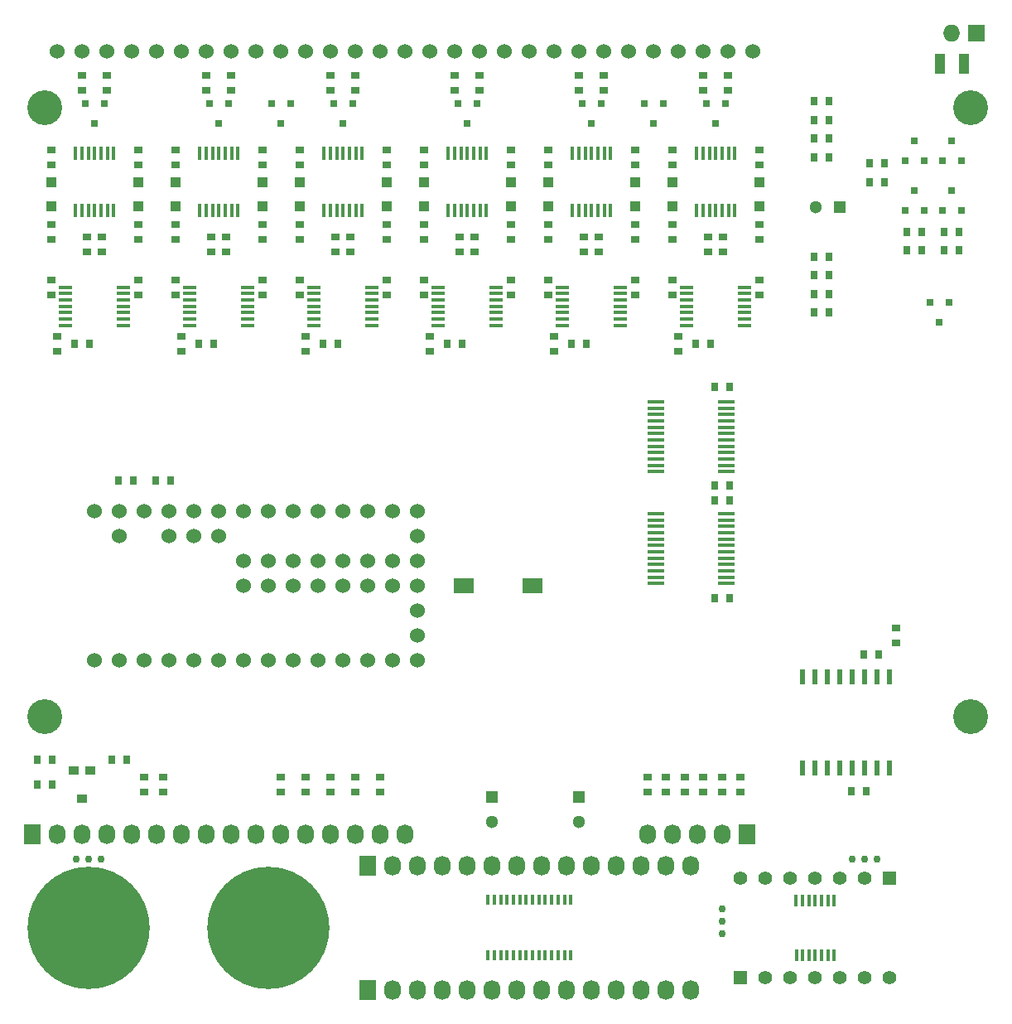
<source format=gts>
G04 #@! TF.FileFunction,Soldermask,Top*
%FSLAX46Y46*%
G04 Gerber Fmt 4.6, Leading zero omitted, Abs format (unit mm)*
G04 Created by KiCad (PCBNEW (2015-07-22 BZR 5980)-product) date Tue 11 Aug 2015 09:35:53 PM MDT*
%MOMM*%
G01*
G04 APERTURE LIST*
%ADD10C,0.150000*%
%ADD11R,1.727200X2.032000*%
%ADD12O,1.727200X2.032000*%
%ADD13R,0.400000X1.100000*%
%ADD14R,1.727200X1.727200*%
%ADD15O,1.727200X1.727200*%
%ADD16C,12.500000*%
%ADD17R,0.800100X0.800100*%
%ADD18R,2.000000X1.500000*%
%ADD19C,1.524000*%
%ADD20R,0.889000X0.635000*%
%ADD21R,0.635000X0.889000*%
%ADD22C,1.300000*%
%ADD23R,1.300000X1.300000*%
%ADD24R,1.000000X1.000000*%
%ADD25R,1.140460X2.029460*%
%ADD26C,3.556000*%
%ADD27R,1.000000X0.900000*%
%ADD28R,0.450000X1.450000*%
%ADD29R,1.450000X0.450000*%
%ADD30R,0.600000X1.500000*%
%ADD31C,0.762000*%
%ADD32R,0.299720X1.300480*%
%ADD33R,1.397000X1.397000*%
%ADD34C,1.397000*%
%ADD35R,1.750000X0.450000*%
G04 APERTURE END LIST*
D10*
D11*
X62230000Y-116205000D03*
D12*
X64770000Y-116205000D03*
X67310000Y-116205000D03*
X69850000Y-116205000D03*
X72390000Y-116205000D03*
X74930000Y-116205000D03*
X77470000Y-116205000D03*
X80010000Y-116205000D03*
X82550000Y-116205000D03*
X85090000Y-116205000D03*
X87630000Y-116205000D03*
X90170000Y-116205000D03*
X92710000Y-116205000D03*
X95250000Y-116205000D03*
D13*
X74515000Y-125405000D03*
X75165000Y-125405000D03*
X75815000Y-125405000D03*
X76465000Y-125405000D03*
X77115000Y-125405000D03*
X77765000Y-125405000D03*
X78415000Y-125405000D03*
X79065000Y-125405000D03*
X79715000Y-125405000D03*
X80365000Y-125405000D03*
X81015000Y-125405000D03*
X81665000Y-125405000D03*
X82315000Y-125405000D03*
X82965000Y-125405000D03*
X82965000Y-119705000D03*
X82315000Y-119705000D03*
X81665000Y-119705000D03*
X81015000Y-119705000D03*
X80365000Y-119705000D03*
X79715000Y-119705000D03*
X79065000Y-119705000D03*
X78415000Y-119705000D03*
X77765000Y-119705000D03*
X77115000Y-119705000D03*
X76465000Y-119705000D03*
X75815000Y-119705000D03*
X75165000Y-119705000D03*
X74515000Y-119705000D03*
D11*
X62230000Y-128905000D03*
D12*
X64770000Y-128905000D03*
X67310000Y-128905000D03*
X69850000Y-128905000D03*
X72390000Y-128905000D03*
X74930000Y-128905000D03*
X77470000Y-128905000D03*
X80010000Y-128905000D03*
X82550000Y-128905000D03*
X85090000Y-128905000D03*
X87630000Y-128905000D03*
X90170000Y-128905000D03*
X92710000Y-128905000D03*
X95250000Y-128905000D03*
D14*
X124460000Y-31115000D03*
D15*
X121920000Y-31115000D03*
D16*
X52055503Y-122555000D03*
X33655000Y-122555000D03*
D11*
X100965000Y-113030000D03*
D12*
X98425000Y-113030000D03*
X95885000Y-113030000D03*
X93345000Y-113030000D03*
X90805000Y-113030000D03*
D17*
X117160000Y-49260760D03*
X119060000Y-49260760D03*
X118110000Y-47261780D03*
X120970000Y-49260760D03*
X122870000Y-49260760D03*
X121920000Y-47261780D03*
D11*
X27940000Y-113030000D03*
D12*
X30480000Y-113030000D03*
X33020000Y-113030000D03*
X35560000Y-113030000D03*
X38100000Y-113030000D03*
X40640000Y-113030000D03*
X43180000Y-113030000D03*
X45720000Y-113030000D03*
X48260000Y-113030000D03*
X50800000Y-113030000D03*
X53340000Y-113030000D03*
X55880000Y-113030000D03*
X58420000Y-113030000D03*
X60960000Y-113030000D03*
X63500000Y-113030000D03*
X66040000Y-113030000D03*
D18*
X79065000Y-87630000D03*
X72065000Y-87630000D03*
D19*
X40640000Y-33020000D03*
X38100000Y-33020000D03*
X35560000Y-33020000D03*
X33020000Y-33020000D03*
X30480000Y-33020000D03*
X53340000Y-33020000D03*
X50800000Y-33020000D03*
X48260000Y-33020000D03*
X45720000Y-33020000D03*
X43180000Y-33020000D03*
X76200000Y-33020000D03*
X73660000Y-33020000D03*
X71120000Y-33020000D03*
X68580000Y-33020000D03*
X66040000Y-33020000D03*
X63500000Y-33020000D03*
X60960000Y-33020000D03*
X58420000Y-33020000D03*
X55880000Y-33020000D03*
X91440000Y-33020000D03*
X88900000Y-33020000D03*
X86360000Y-33020000D03*
X83820000Y-33020000D03*
X81280000Y-33020000D03*
X78740000Y-33020000D03*
X101600000Y-33020000D03*
X99060000Y-33020000D03*
X96520000Y-33020000D03*
X93980000Y-33020000D03*
D17*
X120970000Y-44180760D03*
X122870000Y-44180760D03*
X121920000Y-42181780D03*
D20*
X33528000Y-51943000D03*
X33528000Y-53467000D03*
X46228000Y-51943000D03*
X46228000Y-53467000D03*
X58928000Y-51943000D03*
X58928000Y-53467000D03*
X71628000Y-51943000D03*
X71628000Y-53467000D03*
X84328000Y-51943000D03*
X84328000Y-53467000D03*
X97028000Y-51943000D03*
X97028000Y-53467000D03*
X38735000Y-50673000D03*
X38735000Y-52197000D03*
X29845000Y-50673000D03*
X29845000Y-52197000D03*
X51435000Y-50673000D03*
X51435000Y-52197000D03*
X42545000Y-50673000D03*
X42545000Y-52197000D03*
X64135000Y-50673000D03*
X64135000Y-52197000D03*
X55245000Y-50673000D03*
X55245000Y-52197000D03*
X76835000Y-50673000D03*
X76835000Y-52197000D03*
X67945000Y-50673000D03*
X67945000Y-52197000D03*
X89535000Y-50673000D03*
X89535000Y-52197000D03*
X80645000Y-50673000D03*
X80645000Y-52197000D03*
X102235000Y-50673000D03*
X102235000Y-52197000D03*
X93345000Y-50673000D03*
X93345000Y-52197000D03*
D21*
X97663000Y-78867000D03*
X99187000Y-78867000D03*
D20*
X30480000Y-62103000D03*
X30480000Y-63627000D03*
X43180000Y-62103000D03*
X43180000Y-63627000D03*
X55880000Y-62103000D03*
X55880000Y-63627000D03*
D21*
X97663000Y-67310000D03*
X99187000Y-67310000D03*
D22*
X83820000Y-111720000D03*
D23*
X83820000Y-109220000D03*
D21*
X29972000Y-107950000D03*
X28448000Y-107950000D03*
X113538000Y-44450000D03*
X115062000Y-44450000D03*
X113538000Y-46355000D03*
X115062000Y-46355000D03*
X122682000Y-53340000D03*
X121158000Y-53340000D03*
X122682000Y-51435000D03*
X121158000Y-51435000D03*
D22*
X107990000Y-48895000D03*
D23*
X110490000Y-48895000D03*
D20*
X68580000Y-62103000D03*
X68580000Y-63627000D03*
X81280000Y-62103000D03*
X81280000Y-63627000D03*
X93980000Y-62103000D03*
X93980000Y-63627000D03*
D21*
X118872000Y-53340000D03*
X117348000Y-53340000D03*
X118872000Y-51435000D03*
X117348000Y-51435000D03*
X113157000Y-108585000D03*
X111633000Y-108585000D03*
X114427000Y-94615000D03*
X112903000Y-94615000D03*
X40513000Y-76835000D03*
X42037000Y-76835000D03*
D22*
X74930000Y-111720000D03*
D23*
X74930000Y-109220000D03*
D20*
X98425000Y-108712000D03*
X98425000Y-107188000D03*
X94615000Y-108712000D03*
X94615000Y-107188000D03*
X90805000Y-108712000D03*
X90805000Y-107188000D03*
D21*
X109347000Y-38100000D03*
X107823000Y-38100000D03*
X109347000Y-40005000D03*
X107823000Y-40005000D03*
X109347000Y-41910000D03*
X107823000Y-41910000D03*
X109347000Y-43815000D03*
X107823000Y-43815000D03*
D17*
X35240000Y-38369240D03*
X33340000Y-38369240D03*
X34290000Y-40368220D03*
X47940000Y-38369240D03*
X46040000Y-38369240D03*
X46990000Y-40368220D03*
X60640000Y-38369240D03*
X58740000Y-38369240D03*
X59690000Y-40368220D03*
X73340000Y-38369240D03*
X71440000Y-38369240D03*
X72390000Y-40368220D03*
X86040000Y-38369240D03*
X84140000Y-38369240D03*
X85090000Y-40368220D03*
X98740000Y-38369240D03*
X96840000Y-38369240D03*
X97790000Y-40368220D03*
X54290000Y-38369240D03*
X52390000Y-38369240D03*
X53340000Y-40368220D03*
X92390000Y-38369240D03*
X90490000Y-38369240D03*
X91440000Y-40368220D03*
D24*
X38735000Y-46375000D03*
X38735000Y-48875000D03*
X29845000Y-46375000D03*
X29845000Y-48875000D03*
X51435000Y-46375000D03*
X51435000Y-48875000D03*
X42545000Y-46375000D03*
X42545000Y-48875000D03*
X64135000Y-46375000D03*
X64135000Y-48875000D03*
X55245000Y-46375000D03*
X55245000Y-48875000D03*
X76835000Y-46375000D03*
X76835000Y-48875000D03*
X67945000Y-46375000D03*
X67945000Y-48875000D03*
X89535000Y-46375000D03*
X89535000Y-48875000D03*
X80645000Y-46375000D03*
X80645000Y-48875000D03*
X102235000Y-46375000D03*
X102235000Y-48875000D03*
X93345000Y-46375000D03*
X93345000Y-48875000D03*
D17*
X117160000Y-44180760D03*
X119060000Y-44180760D03*
X118110000Y-42181780D03*
D25*
X123123960Y-34290000D03*
X120716040Y-34290000D03*
D20*
X35052000Y-53467000D03*
X35052000Y-51943000D03*
X47752000Y-53467000D03*
X47752000Y-51943000D03*
X60452000Y-53467000D03*
X60452000Y-51943000D03*
X73152000Y-53467000D03*
X73152000Y-51943000D03*
X85852000Y-53467000D03*
X85852000Y-51943000D03*
X98552000Y-53467000D03*
X98552000Y-51943000D03*
D21*
X99187000Y-88900000D03*
X97663000Y-88900000D03*
X33782000Y-62865000D03*
X32258000Y-62865000D03*
X46482000Y-62865000D03*
X44958000Y-62865000D03*
X59182000Y-62865000D03*
X57658000Y-62865000D03*
X99187000Y-77343000D03*
X97663000Y-77343000D03*
X71882000Y-62865000D03*
X70358000Y-62865000D03*
X84582000Y-62865000D03*
X83058000Y-62865000D03*
X97282000Y-62865000D03*
X95758000Y-62865000D03*
D20*
X116205000Y-91948000D03*
X116205000Y-93472000D03*
D21*
X38227000Y-76835000D03*
X36703000Y-76835000D03*
D26*
X29210000Y-100965000D03*
X29210000Y-38735000D03*
X123825000Y-100965000D03*
X123825000Y-38735000D03*
D21*
X107823000Y-53975000D03*
X109347000Y-53975000D03*
X107823000Y-55880000D03*
X109347000Y-55880000D03*
D20*
X89535000Y-43053000D03*
X89535000Y-44577000D03*
X80645000Y-43053000D03*
X80645000Y-44577000D03*
X102235000Y-43053000D03*
X102235000Y-44577000D03*
X93345000Y-43053000D03*
X93345000Y-44577000D03*
X38735000Y-43053000D03*
X38735000Y-44577000D03*
X29845000Y-43053000D03*
X29845000Y-44577000D03*
X51435000Y-43053000D03*
X51435000Y-44577000D03*
X42545000Y-43053000D03*
X42545000Y-44577000D03*
X64135000Y-43053000D03*
X64135000Y-44577000D03*
X55245000Y-43053000D03*
X55245000Y-44577000D03*
X76835000Y-43053000D03*
X76835000Y-44577000D03*
X67945000Y-43053000D03*
X67945000Y-44577000D03*
D21*
X107823000Y-57785000D03*
X109347000Y-57785000D03*
X107823000Y-59690000D03*
X109347000Y-59690000D03*
X37592000Y-105410000D03*
X36068000Y-105410000D03*
X29972000Y-105410000D03*
X28448000Y-105410000D03*
D20*
X63500000Y-107188000D03*
X63500000Y-108712000D03*
X39370000Y-107188000D03*
X39370000Y-108712000D03*
X41275000Y-107188000D03*
X41275000Y-108712000D03*
X100330000Y-108712000D03*
X100330000Y-107188000D03*
X96520000Y-108712000D03*
X96520000Y-107188000D03*
X92710000Y-108712000D03*
X92710000Y-107188000D03*
X35560000Y-35433000D03*
X35560000Y-36957000D03*
X33020000Y-35433000D03*
X33020000Y-36957000D03*
X48260000Y-35433000D03*
X48260000Y-36957000D03*
X45720000Y-35433000D03*
X45720000Y-36957000D03*
X60960000Y-35433000D03*
X60960000Y-36957000D03*
X58420000Y-35433000D03*
X58420000Y-36957000D03*
X73660000Y-35433000D03*
X73660000Y-36957000D03*
X71120000Y-35433000D03*
X71120000Y-36957000D03*
X86360000Y-35433000D03*
X86360000Y-36957000D03*
X83820000Y-35433000D03*
X83820000Y-36957000D03*
X99060000Y-35433000D03*
X99060000Y-36957000D03*
X96520000Y-35433000D03*
X96520000Y-36957000D03*
X29845000Y-56388000D03*
X29845000Y-57912000D03*
X38735000Y-56388000D03*
X38735000Y-57912000D03*
X42545000Y-56388000D03*
X42545000Y-57912000D03*
X51435000Y-56388000D03*
X51435000Y-57912000D03*
X55245000Y-56388000D03*
X55245000Y-57912000D03*
X64135000Y-56388000D03*
X64135000Y-57912000D03*
X67945000Y-56388000D03*
X67945000Y-57912000D03*
X76835000Y-56388000D03*
X76835000Y-57912000D03*
X80645000Y-56388000D03*
X80645000Y-57912000D03*
X89535000Y-56388000D03*
X89535000Y-57912000D03*
X93345000Y-56388000D03*
X93345000Y-57912000D03*
X102235000Y-56388000D03*
X102235000Y-57912000D03*
D27*
X32170000Y-106500000D03*
X33870000Y-106500000D03*
X33020000Y-109400000D03*
D19*
X36830000Y-95250000D03*
X39370000Y-95250000D03*
X41910000Y-95250000D03*
X44450000Y-95250000D03*
X46990000Y-95250000D03*
X49530000Y-95250000D03*
X52070000Y-95250000D03*
X54610000Y-95250000D03*
X57150000Y-95250000D03*
X59690000Y-95250000D03*
X62230000Y-95250000D03*
X64770000Y-95250000D03*
X67310000Y-95250000D03*
X67310000Y-80010000D03*
X64770000Y-80010000D03*
X62230000Y-80010000D03*
X59690000Y-80010000D03*
X57150000Y-80010000D03*
X54610000Y-80010000D03*
X52070000Y-80010000D03*
X49530000Y-80010000D03*
X46990000Y-80010000D03*
X44450000Y-80010000D03*
X41910000Y-80010000D03*
X34290000Y-95250000D03*
X39370000Y-80010000D03*
X36830000Y-80010000D03*
X34290000Y-80010000D03*
X67310000Y-92710000D03*
X67310000Y-90170000D03*
X67310000Y-87630000D03*
X67310000Y-85090000D03*
X67310000Y-82550000D03*
X41910000Y-82550000D03*
X44450000Y-82550000D03*
X46990000Y-82550000D03*
X64770000Y-85090000D03*
X62230000Y-85090000D03*
X59690000Y-85090000D03*
X57150000Y-85090000D03*
X54610000Y-85090000D03*
X52070000Y-85090000D03*
X49530000Y-85090000D03*
X64770000Y-87630000D03*
X62230000Y-87630000D03*
X59690000Y-87630000D03*
X57150000Y-87630000D03*
X54610000Y-87630000D03*
X52070000Y-87630000D03*
X49530000Y-87630000D03*
X36830000Y-82550000D03*
D28*
X32340000Y-49305000D03*
X32990000Y-49305000D03*
X33640000Y-49305000D03*
X34290000Y-49305000D03*
X34940000Y-49305000D03*
X35590000Y-49305000D03*
X36240000Y-49305000D03*
X36240000Y-43405000D03*
X35590000Y-43405000D03*
X34940000Y-43405000D03*
X34290000Y-43405000D03*
X33640000Y-43405000D03*
X32990000Y-43405000D03*
X32340000Y-43405000D03*
X45040000Y-49305000D03*
X45690000Y-49305000D03*
X46340000Y-49305000D03*
X46990000Y-49305000D03*
X47640000Y-49305000D03*
X48290000Y-49305000D03*
X48940000Y-49305000D03*
X48940000Y-43405000D03*
X48290000Y-43405000D03*
X47640000Y-43405000D03*
X46990000Y-43405000D03*
X46340000Y-43405000D03*
X45690000Y-43405000D03*
X45040000Y-43405000D03*
X57740000Y-49305000D03*
X58390000Y-49305000D03*
X59040000Y-49305000D03*
X59690000Y-49305000D03*
X60340000Y-49305000D03*
X60990000Y-49305000D03*
X61640000Y-49305000D03*
X61640000Y-43405000D03*
X60990000Y-43405000D03*
X60340000Y-43405000D03*
X59690000Y-43405000D03*
X59040000Y-43405000D03*
X58390000Y-43405000D03*
X57740000Y-43405000D03*
X70440000Y-49305000D03*
X71090000Y-49305000D03*
X71740000Y-49305000D03*
X72390000Y-49305000D03*
X73040000Y-49305000D03*
X73690000Y-49305000D03*
X74340000Y-49305000D03*
X74340000Y-43405000D03*
X73690000Y-43405000D03*
X73040000Y-43405000D03*
X72390000Y-43405000D03*
X71740000Y-43405000D03*
X71090000Y-43405000D03*
X70440000Y-43405000D03*
X83140000Y-49305000D03*
X83790000Y-49305000D03*
X84440000Y-49305000D03*
X85090000Y-49305000D03*
X85740000Y-49305000D03*
X86390000Y-49305000D03*
X87040000Y-49305000D03*
X87040000Y-43405000D03*
X86390000Y-43405000D03*
X85740000Y-43405000D03*
X85090000Y-43405000D03*
X84440000Y-43405000D03*
X83790000Y-43405000D03*
X83140000Y-43405000D03*
X95840000Y-49305000D03*
X96490000Y-49305000D03*
X97140000Y-49305000D03*
X97790000Y-49305000D03*
X98440000Y-49305000D03*
X99090000Y-49305000D03*
X99740000Y-49305000D03*
X99740000Y-43405000D03*
X99090000Y-43405000D03*
X98440000Y-43405000D03*
X97790000Y-43405000D03*
X97140000Y-43405000D03*
X96490000Y-43405000D03*
X95840000Y-43405000D03*
D29*
X37240000Y-61005000D03*
X37240000Y-60355000D03*
X37240000Y-59705000D03*
X37240000Y-59055000D03*
X37240000Y-58405000D03*
X37240000Y-57755000D03*
X37240000Y-57105000D03*
X31340000Y-57105000D03*
X31340000Y-57755000D03*
X31340000Y-58405000D03*
X31340000Y-59055000D03*
X31340000Y-59705000D03*
X31340000Y-60355000D03*
X31340000Y-61005000D03*
X49940000Y-61005000D03*
X49940000Y-60355000D03*
X49940000Y-59705000D03*
X49940000Y-59055000D03*
X49940000Y-58405000D03*
X49940000Y-57755000D03*
X49940000Y-57105000D03*
X44040000Y-57105000D03*
X44040000Y-57755000D03*
X44040000Y-58405000D03*
X44040000Y-59055000D03*
X44040000Y-59705000D03*
X44040000Y-60355000D03*
X44040000Y-61005000D03*
X62640000Y-61005000D03*
X62640000Y-60355000D03*
X62640000Y-59705000D03*
X62640000Y-59055000D03*
X62640000Y-58405000D03*
X62640000Y-57755000D03*
X62640000Y-57105000D03*
X56740000Y-57105000D03*
X56740000Y-57755000D03*
X56740000Y-58405000D03*
X56740000Y-59055000D03*
X56740000Y-59705000D03*
X56740000Y-60355000D03*
X56740000Y-61005000D03*
X75340000Y-61005000D03*
X75340000Y-60355000D03*
X75340000Y-59705000D03*
X75340000Y-59055000D03*
X75340000Y-58405000D03*
X75340000Y-57755000D03*
X75340000Y-57105000D03*
X69440000Y-57105000D03*
X69440000Y-57755000D03*
X69440000Y-58405000D03*
X69440000Y-59055000D03*
X69440000Y-59705000D03*
X69440000Y-60355000D03*
X69440000Y-61005000D03*
X88040000Y-61005000D03*
X88040000Y-60355000D03*
X88040000Y-59705000D03*
X88040000Y-59055000D03*
X88040000Y-58405000D03*
X88040000Y-57755000D03*
X88040000Y-57105000D03*
X82140000Y-57105000D03*
X82140000Y-57755000D03*
X82140000Y-58405000D03*
X82140000Y-59055000D03*
X82140000Y-59705000D03*
X82140000Y-60355000D03*
X82140000Y-61005000D03*
X100740000Y-61005000D03*
X100740000Y-60355000D03*
X100740000Y-59705000D03*
X100740000Y-59055000D03*
X100740000Y-58405000D03*
X100740000Y-57755000D03*
X100740000Y-57105000D03*
X94840000Y-57105000D03*
X94840000Y-57755000D03*
X94840000Y-58405000D03*
X94840000Y-59055000D03*
X94840000Y-59705000D03*
X94840000Y-60355000D03*
X94840000Y-61005000D03*
D30*
X115570000Y-96950000D03*
X114300000Y-96950000D03*
X113030000Y-96950000D03*
X111760000Y-96950000D03*
X110490000Y-96950000D03*
X109220000Y-96950000D03*
X107950000Y-96950000D03*
X106680000Y-96950000D03*
X106680000Y-106250000D03*
X107950000Y-106250000D03*
X109220000Y-106250000D03*
X110490000Y-106250000D03*
X111760000Y-106250000D03*
X113030000Y-106250000D03*
X114300000Y-106250000D03*
X115570000Y-106250000D03*
D31*
X32385000Y-115570000D03*
X33655000Y-115570000D03*
X34925000Y-115570000D03*
D32*
X106019600Y-125349000D03*
X106654600Y-125349000D03*
X107315000Y-125349000D03*
X107950000Y-125349000D03*
X108610400Y-125349000D03*
X109258100Y-125349000D03*
X109905800Y-125349000D03*
X109905800Y-119761000D03*
X109258100Y-119761000D03*
X108610400Y-119761000D03*
X107950000Y-119761000D03*
X107302300Y-119761000D03*
X106654600Y-119761000D03*
X106006900Y-119761000D03*
D33*
X100330000Y-127635000D03*
D34*
X102870000Y-127635000D03*
X105410000Y-127635000D03*
X107950000Y-127635000D03*
X110490000Y-127635000D03*
X113030000Y-127635000D03*
X115570000Y-127635000D03*
D33*
X115570000Y-117475000D03*
D34*
X113030000Y-117475000D03*
X110490000Y-117475000D03*
X107950000Y-117475000D03*
X105410000Y-117475000D03*
X102870000Y-117475000D03*
X100330000Y-117475000D03*
D31*
X111760000Y-115570000D03*
X113030000Y-115570000D03*
X114300000Y-115570000D03*
X98425000Y-123190000D03*
X98425000Y-121920000D03*
X98425000Y-120650000D03*
D35*
X91650000Y-68815000D03*
X91650000Y-69465000D03*
X91650000Y-70115000D03*
X91650000Y-70765000D03*
X91650000Y-71415000D03*
X91650000Y-72065000D03*
X91650000Y-72715000D03*
X91650000Y-73365000D03*
X91650000Y-74015000D03*
X91650000Y-74665000D03*
X91650000Y-75315000D03*
X91650000Y-75965000D03*
X98850000Y-75965000D03*
X98850000Y-75315000D03*
X98850000Y-74665000D03*
X98850000Y-74015000D03*
X98850000Y-73365000D03*
X98850000Y-72715000D03*
X98850000Y-72065000D03*
X98850000Y-71415000D03*
X98850000Y-70765000D03*
X98850000Y-70115000D03*
X98850000Y-69465000D03*
X98850000Y-68815000D03*
X91650000Y-80245000D03*
X91650000Y-80895000D03*
X91650000Y-81545000D03*
X91650000Y-82195000D03*
X91650000Y-82845000D03*
X91650000Y-83495000D03*
X91650000Y-84145000D03*
X91650000Y-84795000D03*
X91650000Y-85445000D03*
X91650000Y-86095000D03*
X91650000Y-86745000D03*
X91650000Y-87395000D03*
X98850000Y-87395000D03*
X98850000Y-86745000D03*
X98850000Y-86095000D03*
X98850000Y-85445000D03*
X98850000Y-84795000D03*
X98850000Y-84145000D03*
X98850000Y-83495000D03*
X98850000Y-82845000D03*
X98850000Y-82195000D03*
X98850000Y-81545000D03*
X98850000Y-80895000D03*
X98850000Y-80245000D03*
D17*
X121600000Y-58689240D03*
X119700000Y-58689240D03*
X120650000Y-60688220D03*
D20*
X53340000Y-107188000D03*
X53340000Y-108712000D03*
X55880000Y-107188000D03*
X55880000Y-108712000D03*
X58420000Y-107188000D03*
X58420000Y-108712000D03*
X60960000Y-107188000D03*
X60960000Y-108712000D03*
M02*

</source>
